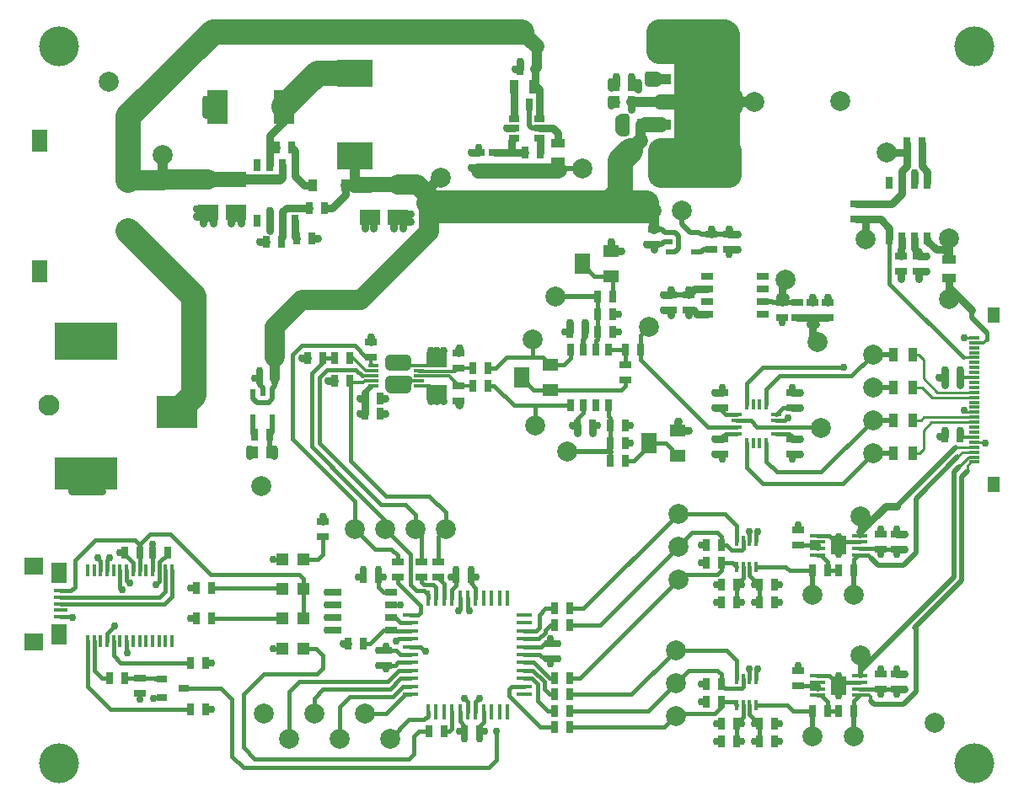
<source format=gtl>
G04 (created by PCBNEW (2013-07-07 BZR 4022)-stable) date Tue 03 Dec 2013 19:18:52 NZDT*
%MOIN*%
G04 Gerber Fmt 3.4, Leading zero omitted, Abs format*
%FSLAX34Y34*%
G01*
G70*
G90*
G04 APERTURE LIST*
%ADD10C,0.00590551*%
%ADD11C,0.0826772*%
%ADD12R,0.25X0.15*%
%ADD13R,0.25X0.129921*%
%ADD14R,0.159843X0.129921*%
%ADD15R,0.0402X0.0118*%
%ADD16R,0.05X0.025*%
%ADD17R,0.025X0.05*%
%ADD18C,0.15748*%
%ADD19R,0.0472X0.0472*%
%ADD20R,0.08X0.144*%
%ADD21R,0.08X0.04*%
%ADD22R,0.0393701X0.011811*%
%ADD23R,0.0511811X0.0649606*%
%ADD24R,0.0531496X0.015748*%
%ADD25R,0.0629921X0.0826772*%
%ADD26R,0.0748031X0.0708661*%
%ADD27R,0.06X0.016*%
%ADD28R,0.016X0.06*%
%ADD29C,0.0787402*%
%ADD30R,0.016X0.05*%
%ADD31R,0.0394X0.0276*%
%ADD32R,0.03X0.02*%
%ADD33R,0.02X0.03*%
%ADD34R,0.0177165X0.0393701*%
%ADD35R,0.036X0.048*%
%ADD36R,0.0787402X0.137795*%
%ADD37R,0.08X0.06*%
%ADD38R,0.055X0.035*%
%ADD39R,0.035X0.055*%
%ADD40R,0.025X0.045*%
%ADD41R,0.045X0.025*%
%ADD42R,0.0137795X0.0433071*%
%ADD43R,0.0433071X0.0137795*%
%ADD44R,0.0818898X0.0350394*%
%ADD45R,0.0598425X0.0915354*%
%ADD46R,0.0629921X0.015748*%
%ADD47R,0.061811X0.0744094*%
%ADD48R,0.141732X0.106299*%
%ADD49R,0.0394X0.0315*%
%ADD50R,0.0629921X0.0787402*%
%ADD51R,0.0629921X0.0511811*%
%ADD52C,0.03*%
%ADD53C,0.03*%
%ADD54C,0.04*%
%ADD55C,0.015*%
%ADD56C,0.1*%
%ADD57C,0.14*%
%ADD58C,0.06*%
%ADD59C,0.02*%
%ADD60C,0.013*%
%ADD61C,0.012*%
%ADD62C,0.01*%
%ADD63C,0.08*%
G04 APERTURE END LIST*
G54D10*
G54D11*
X55511Y-69291D03*
G54D12*
X56992Y-66759D03*
G54D13*
X56992Y-71992D03*
G54D14*
X60590Y-69590D03*
G54D15*
X70156Y-68544D03*
X70156Y-68347D03*
X70156Y-68150D03*
X70156Y-67953D03*
X70156Y-67756D03*
X68344Y-67756D03*
X68344Y-67953D03*
X68344Y-68150D03*
X68344Y-68347D03*
X68344Y-68544D03*
G54D16*
X66850Y-76700D03*
X66850Y-77200D03*
X66850Y-77700D03*
X66850Y-78200D03*
X69050Y-78200D03*
X69050Y-77700D03*
X69050Y-77200D03*
X69050Y-76700D03*
G54D17*
X77650Y-67100D03*
X77150Y-67100D03*
X76650Y-67100D03*
X76150Y-67100D03*
X76150Y-69300D03*
X76650Y-69300D03*
X77150Y-69300D03*
X77650Y-69300D03*
G54D16*
X81543Y-64202D03*
X81543Y-64702D03*
X81543Y-65202D03*
X81543Y-65702D03*
X83743Y-65702D03*
X83743Y-65202D03*
X83743Y-64702D03*
X83743Y-64202D03*
G54D17*
X90261Y-60520D03*
X89761Y-60520D03*
X89261Y-60520D03*
X88761Y-60520D03*
X88761Y-62720D03*
X89261Y-62720D03*
X89761Y-62720D03*
X90261Y-62720D03*
X65250Y-59800D03*
X64750Y-59800D03*
X64250Y-59800D03*
X63750Y-59800D03*
X63750Y-62000D03*
X64250Y-62000D03*
X64750Y-62000D03*
X65250Y-62000D03*
G54D18*
X55905Y-55118D03*
G54D19*
X65570Y-77755D03*
X64744Y-77755D03*
G54D20*
X82300Y-57300D03*
G54D21*
X79700Y-57300D03*
X79700Y-58200D03*
X79700Y-56400D03*
G54D22*
X92125Y-71555D03*
X92125Y-71358D03*
X92125Y-71161D03*
X92125Y-70964D03*
X92125Y-70767D03*
X92125Y-70570D03*
X92125Y-70374D03*
X92125Y-70177D03*
X92125Y-69980D03*
X92125Y-69783D03*
X92125Y-69586D03*
X92125Y-69389D03*
X92125Y-69192D03*
X92125Y-68996D03*
X92125Y-68799D03*
X92125Y-68602D03*
X92125Y-68405D03*
X92125Y-68208D03*
X92125Y-68011D03*
X92125Y-67814D03*
X92125Y-67618D03*
X92125Y-67421D03*
X92125Y-67224D03*
X92125Y-67027D03*
X92125Y-66830D03*
X92125Y-66633D03*
G54D23*
X92874Y-72450D03*
X92874Y-65738D03*
G54D24*
X55974Y-76653D03*
X55974Y-76909D03*
X55974Y-77165D03*
X55974Y-77421D03*
X55974Y-77677D03*
G54D25*
X55925Y-75944D03*
X55925Y-78385D03*
G54D26*
X54921Y-75669D03*
X54921Y-78661D03*
G54D27*
X69832Y-79175D03*
X69832Y-79490D03*
X69832Y-79805D03*
X69832Y-80120D03*
X69832Y-80435D03*
X69832Y-80750D03*
X69832Y-78860D03*
X69832Y-78545D03*
X69832Y-78230D03*
X69832Y-77915D03*
X69832Y-77600D03*
X74332Y-79175D03*
X74332Y-79490D03*
X74332Y-79805D03*
X74332Y-80120D03*
X74332Y-80435D03*
X74332Y-80750D03*
X74332Y-78860D03*
X74332Y-78545D03*
X74332Y-78230D03*
X74332Y-77915D03*
X74332Y-77600D03*
G54D28*
X72082Y-81425D03*
X72082Y-76925D03*
X72397Y-81425D03*
X72397Y-76925D03*
X72712Y-76925D03*
X72712Y-81425D03*
X73027Y-81425D03*
X73027Y-76925D03*
X73342Y-76925D03*
X73342Y-81425D03*
X73657Y-81425D03*
X73657Y-76925D03*
X71767Y-76925D03*
X71767Y-81425D03*
X71452Y-81425D03*
X71452Y-76925D03*
X71137Y-76925D03*
X71137Y-81425D03*
X70822Y-81425D03*
X70822Y-76925D03*
X70507Y-76925D03*
X70507Y-81425D03*
G54D29*
X87350Y-76800D03*
X86811Y-57283D03*
X57874Y-56496D03*
X88650Y-59300D03*
X87800Y-62750D03*
X91100Y-62700D03*
X88100Y-71200D03*
X88100Y-69900D03*
X88100Y-68600D03*
X88100Y-67300D03*
X87600Y-73700D03*
X83423Y-57305D03*
X87350Y-82400D03*
X87600Y-79200D03*
X85900Y-66800D03*
X76600Y-59950D03*
X60000Y-59400D03*
X63900Y-72500D03*
X80550Y-61600D03*
X84650Y-64350D03*
X67600Y-74200D03*
X64000Y-81500D03*
X68800Y-74200D03*
X70000Y-74200D03*
X71200Y-74200D03*
X80300Y-80300D03*
X80300Y-81600D03*
X80300Y-79000D03*
X80400Y-74900D03*
X80400Y-76200D03*
X80400Y-73600D03*
X90551Y-81889D03*
X86050Y-70200D03*
X76000Y-71150D03*
X79250Y-66200D03*
X75550Y-65000D03*
X74650Y-66700D03*
X74750Y-70100D03*
X85700Y-76800D03*
X85700Y-82400D03*
X91100Y-65100D03*
X71000Y-60300D03*
X68000Y-81500D03*
X69000Y-82500D03*
X65000Y-82500D03*
X67000Y-82500D03*
X66000Y-81500D03*
G54D30*
X57050Y-78650D03*
X57300Y-78650D03*
X57560Y-78650D03*
X57820Y-78650D03*
X58070Y-78650D03*
X58330Y-78650D03*
X58590Y-78650D03*
X58840Y-78650D03*
X59100Y-78650D03*
X59350Y-78650D03*
X59610Y-78650D03*
X59870Y-78650D03*
X60120Y-78650D03*
X60380Y-78650D03*
X60380Y-75850D03*
X60120Y-75850D03*
X59880Y-75850D03*
X59610Y-75850D03*
X59350Y-75850D03*
X59100Y-75850D03*
X58840Y-75850D03*
X58590Y-75850D03*
X58330Y-75850D03*
X58070Y-75850D03*
X57820Y-75850D03*
X57560Y-75850D03*
X57300Y-75850D03*
X57050Y-75850D03*
G54D31*
X74900Y-57975D03*
X74900Y-58350D03*
X74900Y-58725D03*
X73900Y-58725D03*
X73900Y-58350D03*
X73900Y-57975D03*
G54D32*
X80046Y-62482D03*
X80046Y-63232D03*
X81046Y-62482D03*
X80046Y-62857D03*
X81046Y-63232D03*
G54D33*
X64348Y-68807D03*
X63598Y-68807D03*
X64348Y-69807D03*
X63973Y-68807D03*
X63598Y-69807D03*
G54D34*
X82716Y-75711D03*
X82972Y-75711D03*
X83227Y-75711D03*
X83483Y-75711D03*
X83483Y-74688D03*
X83227Y-74688D03*
X82972Y-74688D03*
X82716Y-74688D03*
X82716Y-81161D03*
X82972Y-81161D03*
X83227Y-81161D03*
X83483Y-81161D03*
X83483Y-80138D03*
X83227Y-80138D03*
X82972Y-80138D03*
X82716Y-80138D03*
G54D35*
X67240Y-60600D03*
X65960Y-60600D03*
G54D36*
X62181Y-57500D03*
X64818Y-57500D03*
G54D37*
X61806Y-60387D03*
X61806Y-61687D03*
X69306Y-60587D03*
X69306Y-61887D03*
X68206Y-60587D03*
X68206Y-61887D03*
X62906Y-60387D03*
X62906Y-61687D03*
G54D38*
X91100Y-63525D03*
X91100Y-64275D03*
X75650Y-58925D03*
X75650Y-59675D03*
G54D39*
X88925Y-68600D03*
X89675Y-68600D03*
X74675Y-56700D03*
X73925Y-56700D03*
X88925Y-67300D03*
X89675Y-67300D03*
X88925Y-69900D03*
X89675Y-69900D03*
X88925Y-71200D03*
X89675Y-71200D03*
G54D40*
X77700Y-70800D03*
X78300Y-70800D03*
G54D41*
X71725Y-68525D03*
X71725Y-69125D03*
G54D40*
X77800Y-65000D03*
X77200Y-65000D03*
X77700Y-71500D03*
X78300Y-71500D03*
X77800Y-65700D03*
X77200Y-65700D03*
G54D41*
X78300Y-68300D03*
X78300Y-67700D03*
G54D40*
X77800Y-66400D03*
X77200Y-66400D03*
X78300Y-70100D03*
X77700Y-70100D03*
X78300Y-67100D03*
X78900Y-67100D03*
G54D41*
X82150Y-71250D03*
X82150Y-70650D03*
X71725Y-67225D03*
X71725Y-67825D03*
G54D40*
X72275Y-67825D03*
X72875Y-67825D03*
X72275Y-68525D03*
X72875Y-68525D03*
X82700Y-77100D03*
X82100Y-77100D03*
X82700Y-76400D03*
X82100Y-76400D03*
X83600Y-77100D03*
X84200Y-77100D03*
X83600Y-76400D03*
X84200Y-76400D03*
G54D41*
X85150Y-74850D03*
X85150Y-74250D03*
X89050Y-75000D03*
X89050Y-74400D03*
X88400Y-75000D03*
X88400Y-74400D03*
G54D40*
X85700Y-75850D03*
X86300Y-75850D03*
X86750Y-75850D03*
X87350Y-75850D03*
X67350Y-78750D03*
X67950Y-78750D03*
X67950Y-76100D03*
X68550Y-76100D03*
G54D41*
X75350Y-78750D03*
X75350Y-79350D03*
G54D40*
X72550Y-82200D03*
X71950Y-82200D03*
G54D41*
X68850Y-79600D03*
X68850Y-79000D03*
G54D40*
X71600Y-76100D03*
X72200Y-76100D03*
X82100Y-75550D03*
X81500Y-75550D03*
X82100Y-74850D03*
X81500Y-74850D03*
X82100Y-81050D03*
X81500Y-81050D03*
X82100Y-80350D03*
X81500Y-80350D03*
G54D41*
X68250Y-67400D03*
X68250Y-66800D03*
G54D40*
X66800Y-68350D03*
X67400Y-68350D03*
X66800Y-67450D03*
X67400Y-67450D03*
X65750Y-67450D03*
X66350Y-67450D03*
X68000Y-69650D03*
X68600Y-69650D03*
X76700Y-66400D03*
X76100Y-66400D03*
X68000Y-69050D03*
X68600Y-69050D03*
X61350Y-76550D03*
X61950Y-76550D03*
X61350Y-77750D03*
X61950Y-77750D03*
G54D41*
X82150Y-68800D03*
X82150Y-69400D03*
X89050Y-80550D03*
X89050Y-79950D03*
G54D40*
X57900Y-80100D03*
X58500Y-80100D03*
G54D41*
X59100Y-80100D03*
X59100Y-80700D03*
G54D40*
X59100Y-75150D03*
X58500Y-75150D03*
X60200Y-75150D03*
X59600Y-75150D03*
G54D41*
X84900Y-68800D03*
X84900Y-69400D03*
X84900Y-71250D03*
X84900Y-70650D03*
G54D40*
X76400Y-70100D03*
X77000Y-70100D03*
X73900Y-57400D03*
X74500Y-57400D03*
G54D41*
X88150Y-61950D03*
X88150Y-61350D03*
X89900Y-63400D03*
X89900Y-64000D03*
X89200Y-63400D03*
X89200Y-64000D03*
G54D40*
X90050Y-59600D03*
X89450Y-59600D03*
X64700Y-62850D03*
X64100Y-62850D03*
X76100Y-82050D03*
X75500Y-82050D03*
G54D41*
X86300Y-65850D03*
X86300Y-65250D03*
X85100Y-65250D03*
X85100Y-65850D03*
X72500Y-59900D03*
X72500Y-59300D03*
G54D40*
X74750Y-56000D03*
X74150Y-56000D03*
G54D41*
X73800Y-59900D03*
X73800Y-59300D03*
X73150Y-59900D03*
X73150Y-59300D03*
G54D40*
X74350Y-59300D03*
X74950Y-59300D03*
G54D41*
X87450Y-61950D03*
X87450Y-61350D03*
G54D40*
X78550Y-57300D03*
X77950Y-57300D03*
G54D41*
X85700Y-65850D03*
X85700Y-65250D03*
X80100Y-64950D03*
X80100Y-65550D03*
X84500Y-65250D03*
X84500Y-65850D03*
G54D40*
X64243Y-70475D03*
X63643Y-70475D03*
G54D41*
X80800Y-64950D03*
X80800Y-65550D03*
X82400Y-62550D03*
X82400Y-63150D03*
G54D40*
X78900Y-58200D03*
X78300Y-58200D03*
X64450Y-68250D03*
X63850Y-68250D03*
G54D41*
X79450Y-62350D03*
X79450Y-62950D03*
G54D40*
X65100Y-59100D03*
X64500Y-59100D03*
G54D41*
X81700Y-62550D03*
X81700Y-63150D03*
G54D40*
X64243Y-71175D03*
X63643Y-71175D03*
X66400Y-61500D03*
X65800Y-61500D03*
X61100Y-79500D03*
X61700Y-79500D03*
X82700Y-82600D03*
X82100Y-82600D03*
X82700Y-81900D03*
X82100Y-81900D03*
X83600Y-82600D03*
X84200Y-82600D03*
X83600Y-81900D03*
X84200Y-81900D03*
G54D41*
X85150Y-80400D03*
X85150Y-79800D03*
X88400Y-80550D03*
X88400Y-79950D03*
G54D40*
X85700Y-81400D03*
X86300Y-81400D03*
X86750Y-81400D03*
X87350Y-81400D03*
G54D41*
X66338Y-73912D03*
X66338Y-74512D03*
G54D40*
X78550Y-56650D03*
X77950Y-56650D03*
X61100Y-81350D03*
X61700Y-81350D03*
X65300Y-62700D03*
X65900Y-62700D03*
X70550Y-82200D03*
X71150Y-82200D03*
G54D41*
X70900Y-75500D03*
X70900Y-76100D03*
X69300Y-75500D03*
X69300Y-76100D03*
X70250Y-75500D03*
X70250Y-76100D03*
G54D40*
X76100Y-77350D03*
X75500Y-77350D03*
X76100Y-78000D03*
X75500Y-78000D03*
X76100Y-80100D03*
X75500Y-80100D03*
X76100Y-80750D03*
X75500Y-80750D03*
X76100Y-81400D03*
X75500Y-81400D03*
X91550Y-70550D03*
X90950Y-70550D03*
X91550Y-68200D03*
X90950Y-68200D03*
X90050Y-58950D03*
X89450Y-58950D03*
G54D42*
X83116Y-70817D03*
X83372Y-70817D03*
X83627Y-70817D03*
X83883Y-70817D03*
G54D43*
X84267Y-70433D03*
X84267Y-70177D03*
X84267Y-69922D03*
X84267Y-69666D03*
G54D42*
X83883Y-69282D03*
X83627Y-69282D03*
X83372Y-69282D03*
X83116Y-69282D03*
G54D43*
X82732Y-69666D03*
X82732Y-69922D03*
X82732Y-70177D03*
X82732Y-70433D03*
G54D44*
X58661Y-62417D03*
X58661Y-60417D03*
G54D45*
X55149Y-58842D03*
X55149Y-63992D03*
G54D46*
X85923Y-80016D03*
X85923Y-80272D03*
X85923Y-80527D03*
X85923Y-80783D03*
X87576Y-80783D03*
X87576Y-80527D03*
X87576Y-80272D03*
X87576Y-80016D03*
G54D47*
X86750Y-80400D03*
G54D46*
X85923Y-74466D03*
X85923Y-74722D03*
X85923Y-74977D03*
X85923Y-75233D03*
X87576Y-75233D03*
X87576Y-74977D03*
X87576Y-74722D03*
X87576Y-74466D03*
G54D47*
X86750Y-74850D03*
G54D48*
X67600Y-56166D03*
X67600Y-59433D03*
G54D49*
X60833Y-80500D03*
X59967Y-80875D03*
X59967Y-80125D03*
G54D37*
X70850Y-68800D03*
X70850Y-67500D03*
G54D50*
X74206Y-68200D03*
G54D51*
X75348Y-67707D03*
X75348Y-68692D03*
G54D50*
X79256Y-70800D03*
G54D51*
X80398Y-70307D03*
X80398Y-71292D03*
G54D50*
X76606Y-63700D03*
G54D51*
X77748Y-63207D03*
X77748Y-64192D03*
G54D19*
X65570Y-76574D03*
X64744Y-76574D03*
X65570Y-78937D03*
X64744Y-78937D03*
X65570Y-75393D03*
X64744Y-75393D03*
G54D18*
X92125Y-55118D03*
X92125Y-83464D03*
X55905Y-83464D03*
G54D52*
X89350Y-75000D03*
X89350Y-80550D03*
X78550Y-57600D03*
X78550Y-56300D03*
X78800Y-56550D03*
X78800Y-56800D03*
X90200Y-63400D03*
X88400Y-80750D03*
X89050Y-80750D03*
X89050Y-75200D03*
X88400Y-75200D03*
X81850Y-69400D03*
X85200Y-69400D03*
X76400Y-70400D03*
X76200Y-70100D03*
X72500Y-60150D03*
X72200Y-59900D03*
X85600Y-66100D03*
X91550Y-70300D03*
X85850Y-66100D03*
X67150Y-78750D03*
X66350Y-73700D03*
X65500Y-67450D03*
X66550Y-68350D03*
X67800Y-69650D03*
X67800Y-69050D03*
X64400Y-71050D03*
X64400Y-71300D03*
X71600Y-75800D03*
X71400Y-76100D03*
X68550Y-75800D03*
X68750Y-76100D03*
X68550Y-79600D03*
X68850Y-79750D03*
X72550Y-82500D03*
X72750Y-82200D03*
X75650Y-78750D03*
X75350Y-78550D03*
X81300Y-81050D03*
X81300Y-80350D03*
X81300Y-75550D03*
X81300Y-74850D03*
X70600Y-69150D03*
X71100Y-69150D03*
X80400Y-69950D03*
X78150Y-63200D03*
X77750Y-62850D03*
X84650Y-65050D03*
X84400Y-65050D03*
X80800Y-70300D03*
X70850Y-69150D03*
X83400Y-82600D03*
X83400Y-81900D03*
X83400Y-77100D03*
X83400Y-76400D03*
X76700Y-66050D03*
X81850Y-70650D03*
X85200Y-70650D03*
X91550Y-67900D03*
X91550Y-68500D03*
X82750Y-62550D03*
X82400Y-62350D03*
X81700Y-62350D03*
X79800Y-64950D03*
X80100Y-64750D03*
X80800Y-64750D03*
X69100Y-68550D03*
X69650Y-68550D03*
X82900Y-82600D03*
X82900Y-81900D03*
X82900Y-77100D03*
X82900Y-76400D03*
X89350Y-74400D03*
X89350Y-79950D03*
X76100Y-66050D03*
X81850Y-68800D03*
X85200Y-68800D03*
X81850Y-71250D03*
X85200Y-71250D03*
X77000Y-70400D03*
X68250Y-66600D03*
X70600Y-67150D03*
X71100Y-67150D03*
X77750Y-57200D03*
X77750Y-57450D03*
X77950Y-56300D03*
X77750Y-56500D03*
X77750Y-56750D03*
X73950Y-56000D03*
X74150Y-55700D03*
X73600Y-58350D03*
X72200Y-59300D03*
X61350Y-61850D03*
X61350Y-61550D03*
X69800Y-62050D03*
X69800Y-61750D03*
X78050Y-58000D03*
X78300Y-57900D03*
X78050Y-58400D03*
X78300Y-58500D03*
X90750Y-70550D03*
X90950Y-70300D03*
X90700Y-68200D03*
X90950Y-68500D03*
X90950Y-67900D03*
X90200Y-64000D03*
X86300Y-65050D03*
X85700Y-65050D03*
X82750Y-63150D03*
X79150Y-62950D03*
X79450Y-63150D03*
X80100Y-65750D03*
X80800Y-65750D03*
X79800Y-65550D03*
X68800Y-69650D03*
X68800Y-69050D03*
X70850Y-67150D03*
X71750Y-69300D03*
X71750Y-67050D03*
X69100Y-67550D03*
X69650Y-67550D03*
X63850Y-67950D03*
X63650Y-68250D03*
X63450Y-71050D03*
X63450Y-71300D03*
X64370Y-78937D03*
X64370Y-75393D03*
X56700Y-72700D03*
X57000Y-72700D03*
X56400Y-72700D03*
X57300Y-72700D03*
X57600Y-72700D03*
X57450Y-75350D03*
X57900Y-75350D03*
X58600Y-79100D03*
X58300Y-75150D03*
X59600Y-74800D03*
X56450Y-77700D03*
X59100Y-80950D03*
X59650Y-80900D03*
X72200Y-75800D03*
X72400Y-76100D03*
X66500Y-78200D03*
X66500Y-77700D03*
X66500Y-77200D03*
X66500Y-76700D03*
X67950Y-75800D03*
X67750Y-76100D03*
X69400Y-77200D03*
X68550Y-79000D03*
X68850Y-78850D03*
X71950Y-80900D03*
X71950Y-82500D03*
X71750Y-82200D03*
X75650Y-79350D03*
X75350Y-79550D03*
X91700Y-69500D03*
X92550Y-70800D03*
X83550Y-79750D03*
X83200Y-79750D03*
X84400Y-82600D03*
X84400Y-81900D03*
X81900Y-82600D03*
X81900Y-81900D03*
X86750Y-80000D03*
X86750Y-80800D03*
X86750Y-80400D03*
X85150Y-79600D03*
X89050Y-79750D03*
X88400Y-79750D03*
X89050Y-74200D03*
X88400Y-74200D03*
X86750Y-74500D03*
X86750Y-75200D03*
X86750Y-74850D03*
X85150Y-74050D03*
X84400Y-77100D03*
X84400Y-76400D03*
X81900Y-77100D03*
X81900Y-76400D03*
X83550Y-74300D03*
X83200Y-74300D03*
X75900Y-66400D03*
X78050Y-66400D03*
X78050Y-65700D03*
X78500Y-70800D03*
X78500Y-70100D03*
X77200Y-70100D03*
X84900Y-68600D03*
X82150Y-68600D03*
X82150Y-71450D03*
X84900Y-71450D03*
X84750Y-69800D03*
X84500Y-66050D03*
X82400Y-63350D03*
X91700Y-66650D03*
X89900Y-64300D03*
X89200Y-64300D03*
X89750Y-60100D03*
X79200Y-56250D03*
X79200Y-56550D03*
X72500Y-59100D03*
X69500Y-62300D03*
X69150Y-62300D03*
X68350Y-62300D03*
X68000Y-62300D03*
X66150Y-62700D03*
X63850Y-62850D03*
X64250Y-62400D03*
X64250Y-61600D03*
X63100Y-62100D03*
X62700Y-62100D03*
X62000Y-62100D03*
X61600Y-62100D03*
X61700Y-57200D03*
X61700Y-57800D03*
X61700Y-57500D03*
X58400Y-76600D03*
X61100Y-77750D03*
X86950Y-67800D03*
X70400Y-79050D03*
X61950Y-81350D03*
X73200Y-82200D03*
X72550Y-80900D03*
X58100Y-78050D03*
X59750Y-76400D03*
X58700Y-76350D03*
X61100Y-76550D03*
X72150Y-77450D03*
X71700Y-77450D03*
X69250Y-78650D03*
X61950Y-79500D03*
G54D53*
X89050Y-75000D02*
X89350Y-75000D01*
X89050Y-80550D02*
X89350Y-80550D01*
G54D54*
X79700Y-57300D02*
X78550Y-57300D01*
G54D53*
X78550Y-57300D02*
X78550Y-57600D01*
X78550Y-56650D02*
X78550Y-56300D01*
X78800Y-56550D02*
X78800Y-56800D01*
X78700Y-56650D02*
X78800Y-56550D01*
X78550Y-56650D02*
X78700Y-56650D01*
X78650Y-56650D02*
X78800Y-56800D01*
X78550Y-56650D02*
X78650Y-56650D01*
X89900Y-63400D02*
X90200Y-63400D01*
X89761Y-62720D02*
X89761Y-63111D01*
X89900Y-63250D02*
X89900Y-63400D01*
X89761Y-63111D02*
X89900Y-63250D01*
G54D55*
X87576Y-80527D02*
X88377Y-80527D01*
X88377Y-80527D02*
X88400Y-80550D01*
X89050Y-80550D02*
X88400Y-80550D01*
X88400Y-80550D02*
X88372Y-80577D01*
X88400Y-80550D02*
X88400Y-80750D01*
X89050Y-80550D02*
X89050Y-80750D01*
X87576Y-74977D02*
X88377Y-74977D01*
X88377Y-74977D02*
X88400Y-75000D01*
X89050Y-75000D02*
X89050Y-75200D01*
X88400Y-75000D02*
X88400Y-75200D01*
X88400Y-75000D02*
X89050Y-75000D01*
G54D56*
X82350Y-58350D02*
X81800Y-58350D01*
X81800Y-58350D02*
X81700Y-58450D01*
X82350Y-56200D02*
X80950Y-56200D01*
X82350Y-55350D02*
X82350Y-56200D01*
X82350Y-56200D02*
X82350Y-58350D01*
X82350Y-58350D02*
X82350Y-59250D01*
X82350Y-59250D02*
X82400Y-59250D01*
G54D54*
X82300Y-57300D02*
X83418Y-57300D01*
X83418Y-57300D02*
X83423Y-57305D01*
G54D56*
X82350Y-55350D02*
X82350Y-54650D01*
X82350Y-54650D02*
X82250Y-54550D01*
X79700Y-59250D02*
X79700Y-60200D01*
X79700Y-60200D02*
X82400Y-60200D01*
X82400Y-60200D02*
X82400Y-59250D01*
X80950Y-59250D02*
X79700Y-59250D01*
G54D57*
X80950Y-57300D02*
X80950Y-59250D01*
G54D56*
X82400Y-59250D02*
X80950Y-59250D01*
X79650Y-55300D02*
X79650Y-54550D01*
G54D57*
X80950Y-57300D02*
X80950Y-56200D01*
X80950Y-56200D02*
X80950Y-55350D01*
G54D56*
X82350Y-55350D02*
X80950Y-55350D01*
X80900Y-55300D02*
X79650Y-55300D01*
X80950Y-55350D02*
X80900Y-55300D01*
X79650Y-54550D02*
X82250Y-54550D01*
G54D58*
X79700Y-57300D02*
X80950Y-57300D01*
G54D57*
X80950Y-57300D02*
X82300Y-57300D01*
G54D59*
X76600Y-59950D02*
X76000Y-59950D01*
G54D58*
X75100Y-60050D02*
X75650Y-60050D01*
X72500Y-60050D02*
X75100Y-60050D01*
X75700Y-60000D02*
X75650Y-60050D01*
G54D53*
X72500Y-60050D02*
X72500Y-59900D01*
G54D59*
X75750Y-59950D02*
X75700Y-60000D01*
X76000Y-59950D02*
X75750Y-59950D01*
G54D53*
X82150Y-69400D02*
X81850Y-69400D01*
X84900Y-69400D02*
X85200Y-69400D01*
X76400Y-70100D02*
X76400Y-70400D01*
X76400Y-70100D02*
X76200Y-70100D01*
X72500Y-59900D02*
X72500Y-60150D01*
X72500Y-59900D02*
X72200Y-59900D01*
G54D55*
X76400Y-70100D02*
X76400Y-69850D01*
X76650Y-69600D02*
X76650Y-69300D01*
X76400Y-69850D02*
X76650Y-69600D01*
X82732Y-69666D02*
X82266Y-69666D01*
X82150Y-69550D02*
X82150Y-69400D01*
X82266Y-69666D02*
X82150Y-69550D01*
X84267Y-69666D02*
X84283Y-69666D01*
X84550Y-69400D02*
X84900Y-69400D01*
X84283Y-69666D02*
X84550Y-69400D01*
G54D59*
X73800Y-59900D02*
X75350Y-59900D01*
X75425Y-59900D02*
X75650Y-59675D01*
X75350Y-59900D02*
X75425Y-59900D01*
X73150Y-59900D02*
X73800Y-59900D01*
X72500Y-59900D02*
X73150Y-59900D01*
G54D53*
X85700Y-66000D02*
X85600Y-66100D01*
X85700Y-65850D02*
X85700Y-66000D01*
X91550Y-70300D02*
X91550Y-70550D01*
G54D60*
X92125Y-70570D02*
X91570Y-70570D01*
X91570Y-70570D02*
X91550Y-70550D01*
G54D53*
X85700Y-65850D02*
X85700Y-66600D01*
X85700Y-66600D02*
X85900Y-66800D01*
X85700Y-65850D02*
X85700Y-65950D01*
X85700Y-65950D02*
X85850Y-66100D01*
X85700Y-65850D02*
X86300Y-65850D01*
X85100Y-65850D02*
X85700Y-65850D01*
X67350Y-78750D02*
X67150Y-78750D01*
X66338Y-73912D02*
X66338Y-73711D01*
X66338Y-73711D02*
X66350Y-73700D01*
X65750Y-67450D02*
X65500Y-67450D01*
X66800Y-68350D02*
X66550Y-68350D01*
X68000Y-69650D02*
X67800Y-69650D01*
X68000Y-69050D02*
X67800Y-69050D01*
G54D61*
X68000Y-69050D02*
X68000Y-69650D01*
G54D53*
X68000Y-69650D02*
X68000Y-68800D01*
G54D61*
X68288Y-68600D02*
X68344Y-68544D01*
X68200Y-68600D02*
X68288Y-68600D01*
G54D59*
X68000Y-68800D02*
X68200Y-68600D01*
G54D53*
X64400Y-71050D02*
X64400Y-71300D01*
G54D59*
X64275Y-71175D02*
X64400Y-71050D01*
X64275Y-71175D02*
X64400Y-71300D01*
X64243Y-71175D02*
X64275Y-71175D01*
X64243Y-70475D02*
X64243Y-71175D01*
X64348Y-69807D02*
X64348Y-70370D01*
X64348Y-70370D02*
X64243Y-70475D01*
G54D55*
X71452Y-76925D02*
X71452Y-76597D01*
X71600Y-76450D02*
X71600Y-76100D01*
X71452Y-76597D02*
X71600Y-76450D01*
X71600Y-76100D02*
X71600Y-75800D01*
X71600Y-76100D02*
X71400Y-76100D01*
X68550Y-76100D02*
X68550Y-75800D01*
X68550Y-76100D02*
X68750Y-76100D01*
X68550Y-76100D02*
X68550Y-76500D01*
X68750Y-76700D02*
X69050Y-76700D01*
X68550Y-76500D02*
X68750Y-76700D01*
X68850Y-79600D02*
X68550Y-79600D01*
X69832Y-79490D02*
X69309Y-79490D01*
X69200Y-79600D02*
X68850Y-79600D01*
X69309Y-79490D02*
X69200Y-79600D01*
X68850Y-79600D02*
X68850Y-79750D01*
X72712Y-81425D02*
X72712Y-81837D01*
X72550Y-82000D02*
X72550Y-82200D01*
X72712Y-81837D02*
X72550Y-82000D01*
X72550Y-82200D02*
X72550Y-82500D01*
X72550Y-82200D02*
X72750Y-82200D01*
X75350Y-78750D02*
X75650Y-78750D01*
X74332Y-78860D02*
X74989Y-78860D01*
X75100Y-78750D02*
X75350Y-78750D01*
X74989Y-78860D02*
X75100Y-78750D01*
X75350Y-78750D02*
X75350Y-78550D01*
X81500Y-81050D02*
X81300Y-81050D01*
X81500Y-80350D02*
X81300Y-80350D01*
X81500Y-75550D02*
X81300Y-75550D01*
X81500Y-74850D02*
X81300Y-74850D01*
G54D53*
X70850Y-68800D02*
X70850Y-68900D01*
X70850Y-68900D02*
X70600Y-69150D01*
X70850Y-68900D02*
X71100Y-69150D01*
X80398Y-70307D02*
X80398Y-69951D01*
X80398Y-69951D02*
X80400Y-69950D01*
X77748Y-63207D02*
X78142Y-63207D01*
X78142Y-63207D02*
X78150Y-63200D01*
X77748Y-63207D02*
X77748Y-62851D01*
X77748Y-62851D02*
X77750Y-62850D01*
X84500Y-65250D02*
X84500Y-64500D01*
X84500Y-64500D02*
X84650Y-64350D01*
X84500Y-65250D02*
X84500Y-65200D01*
X84500Y-65200D02*
X84650Y-65050D01*
X84500Y-65250D02*
X84500Y-65150D01*
X84500Y-65150D02*
X84400Y-65050D01*
X80398Y-70307D02*
X80792Y-70307D01*
X80792Y-70307D02*
X80800Y-70300D01*
X70850Y-68800D02*
X70850Y-69150D01*
G54D60*
X70156Y-68544D02*
X70594Y-68544D01*
X70594Y-68544D02*
X70850Y-68800D01*
G54D55*
X83600Y-82600D02*
X83600Y-81900D01*
X83600Y-81900D02*
X83227Y-81527D01*
X83227Y-81527D02*
X83227Y-81161D01*
X83600Y-82600D02*
X83400Y-82600D01*
X83600Y-81900D02*
X83400Y-81900D01*
X83600Y-76400D02*
X83227Y-76027D01*
X83227Y-76027D02*
X83227Y-75711D01*
X83600Y-77100D02*
X83600Y-76400D01*
X83600Y-77100D02*
X83400Y-77100D01*
X83600Y-76400D02*
X83400Y-76400D01*
G54D59*
X84500Y-65250D02*
X85100Y-65250D01*
X83743Y-65202D02*
X84102Y-65202D01*
X84150Y-65250D02*
X84500Y-65250D01*
X84102Y-65202D02*
X84150Y-65250D01*
G54D53*
X76700Y-66400D02*
X76700Y-66050D01*
G54D59*
X76650Y-67100D02*
X76650Y-66700D01*
X76700Y-66650D02*
X76700Y-66400D01*
X76650Y-66700D02*
X76700Y-66650D01*
G54D53*
X82150Y-70650D02*
X81850Y-70650D01*
X84900Y-70650D02*
X85200Y-70650D01*
X91550Y-68200D02*
X91550Y-67900D01*
X91550Y-68200D02*
X91550Y-68500D01*
G54D60*
X92125Y-68208D02*
X91558Y-68208D01*
X91558Y-68208D02*
X91550Y-68200D01*
G54D53*
X82400Y-62550D02*
X82750Y-62550D01*
X82400Y-62550D02*
X82400Y-62350D01*
X81700Y-62550D02*
X81700Y-62350D01*
X80800Y-64950D02*
X81047Y-64702D01*
X81047Y-64702D02*
X81543Y-64702D01*
X80100Y-64950D02*
X79800Y-64950D01*
X80100Y-64950D02*
X80100Y-64750D01*
X80800Y-64950D02*
X80800Y-64750D01*
X69100Y-68550D02*
X69000Y-68550D01*
X69650Y-68550D02*
X69650Y-68350D01*
G54D54*
X69000Y-68350D02*
X69000Y-68550D01*
X69000Y-68550D02*
X69000Y-68600D01*
X69703Y-68347D02*
X69700Y-68350D01*
X69700Y-68350D02*
X69000Y-68350D01*
G54D61*
X70156Y-68347D02*
X69703Y-68347D01*
G54D54*
X69650Y-68350D02*
X69700Y-68350D01*
X69650Y-68650D02*
X69650Y-68350D01*
X69050Y-68650D02*
X69650Y-68650D01*
X69000Y-68600D02*
X69050Y-68650D01*
G54D55*
X82700Y-82600D02*
X82700Y-81900D01*
X82700Y-81900D02*
X82972Y-81627D01*
X82972Y-81627D02*
X82972Y-81161D01*
X82700Y-82600D02*
X82900Y-82600D01*
X82700Y-81900D02*
X82900Y-81900D01*
X82700Y-77100D02*
X82700Y-76400D01*
X82700Y-76400D02*
X82972Y-76127D01*
X82972Y-76127D02*
X82972Y-75711D01*
X82700Y-77100D02*
X82900Y-77100D01*
X82700Y-76400D02*
X82900Y-76400D01*
X84900Y-70650D02*
X84900Y-70550D01*
X84783Y-70433D02*
X84267Y-70433D01*
X84900Y-70550D02*
X84783Y-70433D01*
X82150Y-70650D02*
X82150Y-70550D01*
X82266Y-70433D02*
X82732Y-70433D01*
X82150Y-70550D02*
X82266Y-70433D01*
G54D59*
X80100Y-64950D02*
X80800Y-64950D01*
X81047Y-64702D02*
X81543Y-64702D01*
X80550Y-61600D02*
X80550Y-62150D01*
X80882Y-62482D02*
X81046Y-62482D01*
X80550Y-62150D02*
X80882Y-62482D01*
X81700Y-62550D02*
X82400Y-62550D01*
X81046Y-62482D02*
X81232Y-62482D01*
X81300Y-62550D02*
X81700Y-62550D01*
X81232Y-62482D02*
X81300Y-62550D01*
G54D55*
X65500Y-66950D02*
X65250Y-67200D01*
X68050Y-67400D02*
X67600Y-66950D01*
X67600Y-66950D02*
X65500Y-66950D01*
X68250Y-67400D02*
X68050Y-67400D01*
X67600Y-73100D02*
X67600Y-74200D01*
X66800Y-72300D02*
X67600Y-73100D01*
X65150Y-70650D02*
X66800Y-72300D01*
X65150Y-67300D02*
X65150Y-70650D01*
X65250Y-67200D02*
X65150Y-67300D01*
G54D61*
X68344Y-67756D02*
X68344Y-67744D01*
X68250Y-67650D02*
X68250Y-67400D01*
X68344Y-67744D02*
X68250Y-67650D01*
G54D55*
X69300Y-75500D02*
X69300Y-75250D01*
X69300Y-75250D02*
X69050Y-75000D01*
X69050Y-75000D02*
X68400Y-75000D01*
X68400Y-75000D02*
X67600Y-74200D01*
X67650Y-72250D02*
X68650Y-73250D01*
X66500Y-67900D02*
X66200Y-68200D01*
X66200Y-68200D02*
X66200Y-70600D01*
X66200Y-70600D02*
X66200Y-70800D01*
X66200Y-70800D02*
X67650Y-72250D01*
G54D61*
X68344Y-68150D02*
X67900Y-68150D01*
G54D55*
X67650Y-67900D02*
X66750Y-67900D01*
X67900Y-68150D02*
X67650Y-67900D01*
X66750Y-67900D02*
X66500Y-67900D01*
X70000Y-73650D02*
X70000Y-74200D01*
X69600Y-73250D02*
X70000Y-73650D01*
X68650Y-73250D02*
X69600Y-73250D01*
X70250Y-75500D02*
X70250Y-74450D01*
X70250Y-74450D02*
X70000Y-74200D01*
X67850Y-71900D02*
X68850Y-72900D01*
X67450Y-71500D02*
X67850Y-71900D01*
X67450Y-68900D02*
X67450Y-71500D01*
X67450Y-68400D02*
X67450Y-68900D01*
X71200Y-73550D02*
X71200Y-74200D01*
X70550Y-72900D02*
X71200Y-73550D01*
X68850Y-72900D02*
X70550Y-72900D01*
G54D61*
X68344Y-68347D02*
X68003Y-68347D01*
X67950Y-68400D02*
X67450Y-68400D01*
X68003Y-68347D02*
X67950Y-68400D01*
X67450Y-68400D02*
X67400Y-68350D01*
G54D55*
X67450Y-68400D02*
X67400Y-68350D01*
X70900Y-75500D02*
X70900Y-74500D01*
X70900Y-74500D02*
X71200Y-74200D01*
X67550Y-72600D02*
X68750Y-73800D01*
X66350Y-67600D02*
X65900Y-68050D01*
X65900Y-68050D02*
X65900Y-70950D01*
X65900Y-70950D02*
X67550Y-72600D01*
X66350Y-67450D02*
X66350Y-67600D01*
X68750Y-74150D02*
X68800Y-74200D01*
X68750Y-73800D02*
X68750Y-74150D01*
X66800Y-67450D02*
X66350Y-67450D01*
X70507Y-76925D02*
X70507Y-76807D01*
X69800Y-75200D02*
X68800Y-74200D01*
X69800Y-76400D02*
X69800Y-75200D01*
X70050Y-76650D02*
X69800Y-76400D01*
X70350Y-76650D02*
X70050Y-76650D01*
X70507Y-76807D02*
X70350Y-76650D01*
X76100Y-82050D02*
X79850Y-82050D01*
X79850Y-82050D02*
X80300Y-81600D01*
X82100Y-81050D02*
X82100Y-81250D01*
X80400Y-81500D02*
X80300Y-81600D01*
X81850Y-81500D02*
X80400Y-81500D01*
X82100Y-81250D02*
X81850Y-81500D01*
X82716Y-81161D02*
X82711Y-81161D01*
X82600Y-81050D02*
X82100Y-81050D01*
X82711Y-81161D02*
X82600Y-81050D01*
X76100Y-80750D02*
X78550Y-80750D01*
X78550Y-80750D02*
X80300Y-79000D01*
X82716Y-80138D02*
X82716Y-79416D01*
X82300Y-79000D02*
X80300Y-79000D01*
X82716Y-79416D02*
X82300Y-79000D01*
X76100Y-81400D02*
X79200Y-81400D01*
X79200Y-81400D02*
X80300Y-80300D01*
X82100Y-80350D02*
X82100Y-79950D01*
X80800Y-79800D02*
X80300Y-80300D01*
X81950Y-79800D02*
X80800Y-79800D01*
X82100Y-79950D02*
X81950Y-79800D01*
X82972Y-80138D02*
X82972Y-80427D01*
X82250Y-80500D02*
X82100Y-80350D01*
X82900Y-80500D02*
X82250Y-80500D01*
X82972Y-80427D02*
X82900Y-80500D01*
G54D53*
X89050Y-74400D02*
X89350Y-74400D01*
X89050Y-79950D02*
X89350Y-79950D01*
X76100Y-66400D02*
X76100Y-66050D01*
X82150Y-68800D02*
X81850Y-68800D01*
X84900Y-68800D02*
X85200Y-68800D01*
X82150Y-71250D02*
X81850Y-71250D01*
X84900Y-71250D02*
X85200Y-71250D01*
X77000Y-70100D02*
X77000Y-70400D01*
X68250Y-66800D02*
X68250Y-66600D01*
X70850Y-67500D02*
X70850Y-67400D01*
X70850Y-67400D02*
X70600Y-67150D01*
X70850Y-67400D02*
X71100Y-67150D01*
X77750Y-57450D02*
X77750Y-57200D01*
X77850Y-57300D02*
X77750Y-57200D01*
X77950Y-57300D02*
X77850Y-57300D01*
X77900Y-57300D02*
X77750Y-57450D01*
X77950Y-57300D02*
X77900Y-57300D01*
X77950Y-56650D02*
X77950Y-56300D01*
X77750Y-56750D02*
X77750Y-56500D01*
X77900Y-56650D02*
X77750Y-56500D01*
X77950Y-56650D02*
X77900Y-56650D01*
X77850Y-56650D02*
X77750Y-56750D01*
X77950Y-56650D02*
X77850Y-56650D01*
X73950Y-56000D02*
X74150Y-56000D01*
G54D59*
X74150Y-56000D02*
X73950Y-56000D01*
G54D53*
X74150Y-56000D02*
X74150Y-55700D01*
X73900Y-58350D02*
X73600Y-58350D01*
G54D59*
X73900Y-58350D02*
X73600Y-58350D01*
G54D53*
X72500Y-59300D02*
X72200Y-59300D01*
X61806Y-61687D02*
X61644Y-61850D01*
X61644Y-61850D02*
X61350Y-61850D01*
X61806Y-61687D02*
X61668Y-61550D01*
X61668Y-61550D02*
X61350Y-61550D01*
X69306Y-61887D02*
X69468Y-62050D01*
X69468Y-62050D02*
X69800Y-62050D01*
X69306Y-61887D02*
X69444Y-61750D01*
X69444Y-61750D02*
X69800Y-61750D01*
X78050Y-58400D02*
X78050Y-58000D01*
X78150Y-57900D02*
X78050Y-58000D01*
X78300Y-58200D02*
X78300Y-57900D01*
X78300Y-57900D02*
X78150Y-57900D01*
X78150Y-58500D02*
X78050Y-58400D01*
X78300Y-58200D02*
X78300Y-58500D01*
X78300Y-58500D02*
X78150Y-58500D01*
X90950Y-70550D02*
X90750Y-70550D01*
X90950Y-70550D02*
X90950Y-70300D01*
X90950Y-68200D02*
X90700Y-68200D01*
X90950Y-68200D02*
X90950Y-68500D01*
X90950Y-68200D02*
X90950Y-67900D01*
X89900Y-64000D02*
X90200Y-64000D01*
X86300Y-65250D02*
X86300Y-65050D01*
X85700Y-65250D02*
X85700Y-65050D01*
X82400Y-63150D02*
X82750Y-63150D01*
X79450Y-62950D02*
X79150Y-62950D01*
X79450Y-62950D02*
X79450Y-63150D01*
G54D59*
X79450Y-62950D02*
X79750Y-62950D01*
X79842Y-62857D02*
X80046Y-62857D01*
X79750Y-62950D02*
X79842Y-62857D01*
G54D53*
X80100Y-65550D02*
X80100Y-65750D01*
G54D59*
X80100Y-65550D02*
X80100Y-65750D01*
G54D53*
X80800Y-65550D02*
X80800Y-65750D01*
G54D59*
X80800Y-65550D02*
X80800Y-65750D01*
G54D53*
X80800Y-65550D02*
X81000Y-65550D01*
X81000Y-65550D02*
X81152Y-65702D01*
X81152Y-65702D02*
X81543Y-65702D01*
X80100Y-65550D02*
X79800Y-65550D01*
X68600Y-69650D02*
X68800Y-69650D01*
X68650Y-69050D02*
X68800Y-69050D01*
X70850Y-67500D02*
X70850Y-67150D01*
X71725Y-69125D02*
X71725Y-69275D01*
X71725Y-69275D02*
X71750Y-69300D01*
X71725Y-67225D02*
X71725Y-67075D01*
X71725Y-67075D02*
X71750Y-67050D01*
X69100Y-67550D02*
X69000Y-67550D01*
X69650Y-67550D02*
X69650Y-67750D01*
G54D54*
X69000Y-67750D02*
X69000Y-67550D01*
X69000Y-67550D02*
X69000Y-67500D01*
X69656Y-67756D02*
X69650Y-67750D01*
X69650Y-67750D02*
X69000Y-67750D01*
G54D61*
X70156Y-67756D02*
X69656Y-67756D01*
G54D54*
X69656Y-67506D02*
X69656Y-67756D01*
X69650Y-67500D02*
X69656Y-67506D01*
X69000Y-67500D02*
X69650Y-67500D01*
G54D61*
X70156Y-67756D02*
X70594Y-67756D01*
X70594Y-67756D02*
X70850Y-67500D01*
G54D59*
X63850Y-68250D02*
X63850Y-67950D01*
X63850Y-68250D02*
X63650Y-68250D01*
X63973Y-68807D02*
X63973Y-68623D01*
X63850Y-68500D02*
X63850Y-68250D01*
X63973Y-68623D02*
X63850Y-68500D01*
G54D53*
X63450Y-71050D02*
X63450Y-71300D01*
G54D59*
X63575Y-71175D02*
X63450Y-71050D01*
X63575Y-71175D02*
X63450Y-71300D01*
X63643Y-71175D02*
X63575Y-71175D01*
G54D55*
X64744Y-78937D02*
X64370Y-78937D01*
X64744Y-75393D02*
X64370Y-75393D01*
G54D53*
X56400Y-72700D02*
X56700Y-72700D01*
X56700Y-72700D02*
X57000Y-72700D01*
X57600Y-72700D02*
X57300Y-72700D01*
X57300Y-72700D02*
X57000Y-72700D01*
X56992Y-72692D02*
X57000Y-72700D01*
X56992Y-72692D02*
X56992Y-71992D01*
G54D55*
X57560Y-75850D02*
X57560Y-75460D01*
X57560Y-75460D02*
X57450Y-75350D01*
X57820Y-75850D02*
X57820Y-75430D01*
X57820Y-75430D02*
X57900Y-75350D01*
X58590Y-78650D02*
X58590Y-79090D01*
X58590Y-79090D02*
X58600Y-79100D01*
X58500Y-75150D02*
X58300Y-75150D01*
X59600Y-75150D02*
X59600Y-74800D01*
X58840Y-75850D02*
X58840Y-75540D01*
X58500Y-75200D02*
X58500Y-75150D01*
X58840Y-75540D02*
X58500Y-75200D01*
X59610Y-75850D02*
X59610Y-75160D01*
X59610Y-75160D02*
X59600Y-75150D01*
X55974Y-77677D02*
X56427Y-77677D01*
X56427Y-77677D02*
X56450Y-77700D01*
X59100Y-80700D02*
X59100Y-80950D01*
X59967Y-80875D02*
X59675Y-80875D01*
X59675Y-80875D02*
X59650Y-80900D01*
X72397Y-76925D02*
X72397Y-76547D01*
X72200Y-76350D02*
X72200Y-76100D01*
X72397Y-76547D02*
X72200Y-76350D01*
X72200Y-76100D02*
X72200Y-75800D01*
X72200Y-76100D02*
X72400Y-76100D01*
X66850Y-78200D02*
X66500Y-78200D01*
X66850Y-77700D02*
X66500Y-77700D01*
X66850Y-77200D02*
X66500Y-77200D01*
X66850Y-76700D02*
X66500Y-76700D01*
X67950Y-76100D02*
X67950Y-75800D01*
X67950Y-76100D02*
X67750Y-76100D01*
X69050Y-77200D02*
X69400Y-77200D01*
X68850Y-79000D02*
X68550Y-79000D01*
X69832Y-79175D02*
X69425Y-79175D01*
X69250Y-79000D02*
X68850Y-79000D01*
X69425Y-79175D02*
X69250Y-79000D01*
X68850Y-79000D02*
X68850Y-78850D01*
X71767Y-81425D02*
X71767Y-81817D01*
X71950Y-82000D02*
X71950Y-82200D01*
X71767Y-81817D02*
X71950Y-82000D01*
X72082Y-81425D02*
X72082Y-81032D01*
X72082Y-81032D02*
X71950Y-80900D01*
X71950Y-82200D02*
X71950Y-82500D01*
X71950Y-82200D02*
X71750Y-82200D01*
X75350Y-79350D02*
X75650Y-79350D01*
X74332Y-79175D02*
X74925Y-79175D01*
X75100Y-79350D02*
X75350Y-79350D01*
X74925Y-79175D02*
X75100Y-79350D01*
X75350Y-79350D02*
X75350Y-79550D01*
G54D62*
X92125Y-69586D02*
X91786Y-69586D01*
X91786Y-69586D02*
X91700Y-69500D01*
X92125Y-70767D02*
X92517Y-70767D01*
X92517Y-70767D02*
X92550Y-70800D01*
G54D55*
X83483Y-80138D02*
X83483Y-79816D01*
X83483Y-79816D02*
X83550Y-79750D01*
X83227Y-80138D02*
X83227Y-79777D01*
X83227Y-79777D02*
X83200Y-79750D01*
X84200Y-82600D02*
X84400Y-82600D01*
X84200Y-81900D02*
X84400Y-81900D01*
X82100Y-82600D02*
X81900Y-82600D01*
X82100Y-81900D02*
X81900Y-81900D01*
X86750Y-80400D02*
X86750Y-80000D01*
X86750Y-80400D02*
X86750Y-80800D01*
X85150Y-79800D02*
X85150Y-79600D01*
X85923Y-80016D02*
X86366Y-80016D01*
X86366Y-80016D02*
X86750Y-80400D01*
X89050Y-79950D02*
X89050Y-79750D01*
X88400Y-79950D02*
X88400Y-79750D01*
X87576Y-80272D02*
X86877Y-80272D01*
X86877Y-80272D02*
X86750Y-80400D01*
X89050Y-74400D02*
X89050Y-74200D01*
X88400Y-74400D02*
X88400Y-74200D01*
X86750Y-74850D02*
X86750Y-74500D01*
X86750Y-74850D02*
X86750Y-75200D01*
X86750Y-74850D02*
X86850Y-74850D01*
X86850Y-74850D02*
X86750Y-74850D01*
X85150Y-74250D02*
X85150Y-74050D01*
X84200Y-77100D02*
X84400Y-77100D01*
X84200Y-76400D02*
X84400Y-76400D01*
X82100Y-77100D02*
X81900Y-77100D01*
X82100Y-76400D02*
X81900Y-76400D01*
X83483Y-74688D02*
X83483Y-74366D01*
X83483Y-74366D02*
X83550Y-74300D01*
X83227Y-74688D02*
X83227Y-74327D01*
X83227Y-74327D02*
X83200Y-74300D01*
X85923Y-74466D02*
X86366Y-74466D01*
X86366Y-74466D02*
X86750Y-74850D01*
X87576Y-74722D02*
X86877Y-74722D01*
X86877Y-74722D02*
X86750Y-74850D01*
X76100Y-66400D02*
X75900Y-66400D01*
X77800Y-66400D02*
X78050Y-66400D01*
X77800Y-65700D02*
X78050Y-65700D01*
X78300Y-70800D02*
X78500Y-70800D01*
X78300Y-70100D02*
X78500Y-70100D01*
X77000Y-70100D02*
X77200Y-70100D01*
X84900Y-68800D02*
X84900Y-68600D01*
X82150Y-68800D02*
X82150Y-68600D01*
X82150Y-71250D02*
X82150Y-71450D01*
X84900Y-71250D02*
X84900Y-71450D01*
X84267Y-69922D02*
X84627Y-69922D01*
X84627Y-69922D02*
X84750Y-69800D01*
G54D59*
X84500Y-65850D02*
X84500Y-66050D01*
X81543Y-65702D02*
X81152Y-65702D01*
X81152Y-65702D02*
X81150Y-65700D01*
X82400Y-63150D02*
X82400Y-63350D01*
G54D62*
X92125Y-66633D02*
X91716Y-66633D01*
X91716Y-66633D02*
X91700Y-66650D01*
G54D53*
X89900Y-64000D02*
X89900Y-64300D01*
X89200Y-64000D02*
X89200Y-64300D01*
X89761Y-60520D02*
X89761Y-60111D01*
X89761Y-60111D02*
X89750Y-60100D01*
X79200Y-56550D02*
X79200Y-56250D01*
X79550Y-56250D02*
X79200Y-56250D01*
X79700Y-56400D02*
X79550Y-56250D01*
X79550Y-56550D02*
X79200Y-56550D01*
X79700Y-56400D02*
X79550Y-56550D01*
G54D59*
X72500Y-59300D02*
X72500Y-59100D01*
G54D53*
X69306Y-61887D02*
X69500Y-62081D01*
X69500Y-62081D02*
X69500Y-62300D01*
X69306Y-61887D02*
X69150Y-62044D01*
X69150Y-62044D02*
X69150Y-62300D01*
X68206Y-61887D02*
X68350Y-62031D01*
X68350Y-62031D02*
X68350Y-62300D01*
X68206Y-61887D02*
X68000Y-62094D01*
X68000Y-62094D02*
X68000Y-62300D01*
X65900Y-62700D02*
X66150Y-62700D01*
X64100Y-62850D02*
X63850Y-62850D01*
X64250Y-62000D02*
X64250Y-62400D01*
X64250Y-62000D02*
X64250Y-61600D01*
X62906Y-61687D02*
X62906Y-61806D01*
X63100Y-62000D02*
X63100Y-62100D01*
X62906Y-61806D02*
X63100Y-62000D01*
X62906Y-61687D02*
X62906Y-61793D01*
X62700Y-62000D02*
X62700Y-62100D01*
X62906Y-61793D02*
X62700Y-62000D01*
X61806Y-61687D02*
X61806Y-61806D01*
X62000Y-62000D02*
X62000Y-62100D01*
X61806Y-61806D02*
X62000Y-62000D01*
X61806Y-61687D02*
X61806Y-61793D01*
X61600Y-62000D02*
X61600Y-62100D01*
X61806Y-61793D02*
X61600Y-62000D01*
X61700Y-57200D02*
X61700Y-57800D01*
X62100Y-57500D02*
X61800Y-57200D01*
X61800Y-57200D02*
X61700Y-57200D01*
X61800Y-57800D02*
X61700Y-57800D01*
X62100Y-57500D02*
X61800Y-57800D01*
X62181Y-57500D02*
X62100Y-57500D01*
X62181Y-57500D02*
X61700Y-57500D01*
G54D55*
X55974Y-77165D02*
X60084Y-77165D01*
X60380Y-76870D02*
X60380Y-75850D01*
X60084Y-77165D02*
X60380Y-76870D01*
X61950Y-76550D02*
X64719Y-76550D01*
X64719Y-76550D02*
X64744Y-76574D01*
X74650Y-66700D02*
X74650Y-67400D01*
X72875Y-67825D02*
X73175Y-67825D01*
X75040Y-67400D02*
X75348Y-67707D01*
X73600Y-67400D02*
X74650Y-67400D01*
X74650Y-67400D02*
X75040Y-67400D01*
X73175Y-67825D02*
X73600Y-67400D01*
X76150Y-67100D02*
X76150Y-67450D01*
X75892Y-67707D02*
X75348Y-67707D01*
X76150Y-67450D02*
X75892Y-67707D01*
X74750Y-70100D02*
X74750Y-69300D01*
X72875Y-68525D02*
X73125Y-68525D01*
X73900Y-69300D02*
X74750Y-69300D01*
X74750Y-69300D02*
X76150Y-69300D01*
X73125Y-68525D02*
X73900Y-69300D01*
X78900Y-67100D02*
X78900Y-66550D01*
X78900Y-66550D02*
X79250Y-66200D01*
X82732Y-70177D02*
X81577Y-70177D01*
X78900Y-67500D02*
X78900Y-67100D01*
X81577Y-70177D02*
X78900Y-67500D01*
X82732Y-69922D02*
X83272Y-69922D01*
X83527Y-70177D02*
X84267Y-70177D01*
X83272Y-69922D02*
X83527Y-70177D01*
X85522Y-70177D02*
X86027Y-70177D01*
X84267Y-70177D02*
X85522Y-70177D01*
X86027Y-70177D02*
X86050Y-70200D01*
G54D61*
X71725Y-67825D02*
X71590Y-67959D01*
X70156Y-67959D02*
X70156Y-67953D01*
X71590Y-67959D02*
X70156Y-67959D01*
G54D60*
X72275Y-67825D02*
X71725Y-67825D01*
X72275Y-68525D02*
X71725Y-68525D01*
G54D61*
X71725Y-68525D02*
X71350Y-68150D01*
X71350Y-68150D02*
X70156Y-68150D01*
G54D55*
X77800Y-65000D02*
X77800Y-64244D01*
X77800Y-64244D02*
X77748Y-64192D01*
X77748Y-64192D02*
X77098Y-64192D01*
X77098Y-64192D02*
X76606Y-63700D01*
X79256Y-70800D02*
X79905Y-70800D01*
X79905Y-70800D02*
X80398Y-71292D01*
X78300Y-71500D02*
X78650Y-71500D01*
X79256Y-70893D02*
X79256Y-70800D01*
X78650Y-71500D02*
X79256Y-70893D01*
X75348Y-68692D02*
X74698Y-68692D01*
X74698Y-68692D02*
X74206Y-68200D01*
X78300Y-68300D02*
X78300Y-68550D01*
X78157Y-68692D02*
X75348Y-68692D01*
X78300Y-68550D02*
X78157Y-68692D01*
X77650Y-67100D02*
X78300Y-67100D01*
X78300Y-67100D02*
X78300Y-67700D01*
X58330Y-76530D02*
X58400Y-76600D01*
X58330Y-75850D02*
X58330Y-76530D01*
X61100Y-77750D02*
X61350Y-77750D01*
G54D59*
X75550Y-65000D02*
X77200Y-65000D01*
G54D55*
X77200Y-65700D02*
X77200Y-65000D01*
X77200Y-66400D02*
X77200Y-65700D01*
X77150Y-67100D02*
X77150Y-66750D01*
X77200Y-66700D02*
X77200Y-66400D01*
X77150Y-66750D02*
X77200Y-66700D01*
G54D59*
X76000Y-71150D02*
X77700Y-71150D01*
G54D55*
X77700Y-71150D02*
X77750Y-71150D01*
X77750Y-71150D02*
X77700Y-71150D01*
X77700Y-70800D02*
X77700Y-71150D01*
X77700Y-71150D02*
X77700Y-71500D01*
X77700Y-70100D02*
X77700Y-70800D01*
X77650Y-69300D02*
X77650Y-69750D01*
X77700Y-69800D02*
X77700Y-70100D01*
X77650Y-69750D02*
X77700Y-69800D01*
G54D62*
X92125Y-68799D02*
X90649Y-68799D01*
X89900Y-67300D02*
X89675Y-67300D01*
X90100Y-67500D02*
X89900Y-67300D01*
X90100Y-68250D02*
X90100Y-67500D01*
X90649Y-68799D02*
X90100Y-68250D01*
X92125Y-68996D02*
X90446Y-68996D01*
X90050Y-68600D02*
X89675Y-68600D01*
X90446Y-68996D02*
X90050Y-68600D01*
X92125Y-69783D02*
X90116Y-69783D01*
X90000Y-69900D02*
X89675Y-69900D01*
X90116Y-69783D02*
X90000Y-69900D01*
X92125Y-69980D02*
X90419Y-69980D01*
X89950Y-71200D02*
X89675Y-71200D01*
X90100Y-71050D02*
X89950Y-71200D01*
X90100Y-70300D02*
X90100Y-71050D01*
X90419Y-69980D02*
X90100Y-70300D01*
G54D55*
X70550Y-82200D02*
X70150Y-82200D01*
X66087Y-78937D02*
X65570Y-78937D01*
X66350Y-79200D02*
X66087Y-78937D01*
X66350Y-79700D02*
X66350Y-79200D01*
X66100Y-79950D02*
X66350Y-79700D01*
X64000Y-79950D02*
X66100Y-79950D01*
X63200Y-80750D02*
X64000Y-79950D01*
X63200Y-82850D02*
X63200Y-80750D01*
X63650Y-83300D02*
X63200Y-82850D01*
X69750Y-83300D02*
X63650Y-83300D01*
X69950Y-83100D02*
X69750Y-83300D01*
X69950Y-82400D02*
X69950Y-83100D01*
X70150Y-82200D02*
X69950Y-82400D01*
G54D61*
X68344Y-67953D02*
X68053Y-67953D01*
X67550Y-67450D02*
X67400Y-67450D01*
X68053Y-67953D02*
X67550Y-67450D01*
G54D55*
X87576Y-74466D02*
X87576Y-73723D01*
X87576Y-73723D02*
X87600Y-73700D01*
G54D62*
X92125Y-70964D02*
X91385Y-70964D01*
G54D55*
X87576Y-74323D02*
X87576Y-74466D01*
G54D53*
X88600Y-73300D02*
X87576Y-74323D01*
X89050Y-73300D02*
X88600Y-73300D01*
G54D59*
X91385Y-70964D02*
X91200Y-71150D01*
X91200Y-71150D02*
X89050Y-73300D01*
G54D55*
X85923Y-80527D02*
X85923Y-80400D01*
X85923Y-80400D02*
X85950Y-80400D01*
X85150Y-80400D02*
X85950Y-80400D01*
X85923Y-80373D02*
X85923Y-80272D01*
X85950Y-80400D02*
X85923Y-80373D01*
X87576Y-80016D02*
X87576Y-79223D01*
X87576Y-79223D02*
X87600Y-79200D01*
G54D62*
X92125Y-71358D02*
X91891Y-71358D01*
G54D55*
X87600Y-79992D02*
X87576Y-80016D01*
X87600Y-79800D02*
X87600Y-79992D01*
G54D59*
X91300Y-76100D02*
X87600Y-79800D01*
X91300Y-71950D02*
X91300Y-76100D01*
X91500Y-71750D02*
X91300Y-71950D01*
G54D62*
X91891Y-71358D02*
X91500Y-71750D01*
G54D55*
X86750Y-81400D02*
X86300Y-81400D01*
X85923Y-80783D02*
X86033Y-80783D01*
X86300Y-81050D02*
X86300Y-81400D01*
X86033Y-80783D02*
X86300Y-81050D01*
G54D59*
X88925Y-67300D02*
X88100Y-67300D01*
G54D55*
X83883Y-69282D02*
X83883Y-68666D01*
X87250Y-68150D02*
X88100Y-67300D01*
X84400Y-68150D02*
X87250Y-68150D01*
X83883Y-68666D02*
X84400Y-68150D01*
X83116Y-69282D02*
X83116Y-68433D01*
X83750Y-67800D02*
X86950Y-67800D01*
X83116Y-68433D02*
X83750Y-67800D01*
G54D59*
X88925Y-68600D02*
X88100Y-68600D01*
X88925Y-69900D02*
X88100Y-69900D01*
G54D55*
X83883Y-70817D02*
X83883Y-71533D01*
X86050Y-71950D02*
X88100Y-69900D01*
X84300Y-71950D02*
X86050Y-71950D01*
X83883Y-71533D02*
X84300Y-71950D01*
G54D59*
X88925Y-71200D02*
X88100Y-71200D01*
G54D55*
X83116Y-70817D02*
X83116Y-71766D01*
X86900Y-72400D02*
X88100Y-71200D01*
X83750Y-72400D02*
X86900Y-72400D01*
X83116Y-71766D02*
X83750Y-72400D01*
G54D53*
X91100Y-63525D02*
X91100Y-62700D01*
X90261Y-62720D02*
X90261Y-62811D01*
X91100Y-63350D02*
X91100Y-63525D01*
X90900Y-63150D02*
X91100Y-63350D01*
X90600Y-63150D02*
X90900Y-63150D01*
X90261Y-62811D02*
X90600Y-63150D01*
G54D55*
X70210Y-78860D02*
X70400Y-79050D01*
X69832Y-78860D02*
X70210Y-78860D01*
X61950Y-81350D02*
X61700Y-81350D01*
G54D53*
X91100Y-65100D02*
X91100Y-64650D01*
G54D60*
X92469Y-66830D02*
X92125Y-66830D01*
X92600Y-66700D02*
X92469Y-66830D01*
G54D55*
X92600Y-66450D02*
X92600Y-66700D01*
G54D59*
X92000Y-65850D02*
X92600Y-66450D01*
X92000Y-65550D02*
X92000Y-65850D01*
G54D53*
X91100Y-64650D02*
X92000Y-65550D01*
X91100Y-65100D02*
X91100Y-64275D01*
X90050Y-59600D02*
X90050Y-58950D01*
X90050Y-59600D02*
X90050Y-59850D01*
X90261Y-60061D02*
X90261Y-60520D01*
X90050Y-59850D02*
X90261Y-60061D01*
G54D55*
X88761Y-62720D02*
X88761Y-64511D01*
X88761Y-64511D02*
X91671Y-67421D01*
G54D62*
X91671Y-67421D02*
X92125Y-67421D01*
G54D53*
X87800Y-61950D02*
X87800Y-62750D01*
X88150Y-61950D02*
X88400Y-61950D01*
X88761Y-62311D02*
X88761Y-62720D01*
X88400Y-61950D02*
X88761Y-62311D01*
X87450Y-61950D02*
X87800Y-61950D01*
X87800Y-61950D02*
X88150Y-61950D01*
X89261Y-62720D02*
X89261Y-63088D01*
X89200Y-63150D02*
X89200Y-63400D01*
X89261Y-63088D02*
X89200Y-63150D01*
G54D55*
X60833Y-80500D02*
X62300Y-80500D01*
X64350Y-83650D02*
X72900Y-83650D01*
X72900Y-83650D02*
X73200Y-83350D01*
X73200Y-83350D02*
X73200Y-82200D01*
X72397Y-81052D02*
X72397Y-81425D01*
X72397Y-81052D02*
X72550Y-80900D01*
X63200Y-83650D02*
X64350Y-83650D01*
X62750Y-83200D02*
X63200Y-83650D01*
X62750Y-80950D02*
X62750Y-83200D01*
X62300Y-80500D02*
X62750Y-80950D01*
G54D53*
X87450Y-61350D02*
X88150Y-61350D01*
X88150Y-61350D02*
X88850Y-61350D01*
X89261Y-60938D02*
X89261Y-60520D01*
X88850Y-61350D02*
X89261Y-60938D01*
X89450Y-58950D02*
X89450Y-59250D01*
X89400Y-59300D02*
X88650Y-59300D01*
X89450Y-59250D02*
X89400Y-59300D01*
X89450Y-59600D02*
X89450Y-59850D01*
X89261Y-60038D02*
X89261Y-60520D01*
X89450Y-59850D02*
X89261Y-60038D01*
X89450Y-58950D02*
X89450Y-59600D01*
G54D55*
X85150Y-74850D02*
X85923Y-74850D01*
X85923Y-74850D02*
X85950Y-74850D01*
X85950Y-74850D02*
X85923Y-74850D01*
X85923Y-74722D02*
X85923Y-74850D01*
X85923Y-74850D02*
X85923Y-74977D01*
G54D59*
X87350Y-76800D02*
X87350Y-75850D01*
G54D62*
X92125Y-71161D02*
X91638Y-71161D01*
G54D55*
X87592Y-75250D02*
X87576Y-75233D01*
X87900Y-75250D02*
X87592Y-75250D01*
X88000Y-75350D02*
X87900Y-75250D01*
G54D59*
X88300Y-75650D02*
X88000Y-75350D01*
X89300Y-75650D02*
X88300Y-75650D01*
X89800Y-75150D02*
X89300Y-75650D01*
X89800Y-73000D02*
X89800Y-75150D01*
X91450Y-71350D02*
X89800Y-73000D01*
G54D62*
X91638Y-71161D02*
X91450Y-71350D01*
G54D55*
X87576Y-75233D02*
X87516Y-75233D01*
X87350Y-75400D02*
X87350Y-75850D01*
X87516Y-75233D02*
X87350Y-75400D01*
X86300Y-75850D02*
X86300Y-75500D01*
X86033Y-75233D02*
X85923Y-75233D01*
X86300Y-75500D02*
X86033Y-75233D01*
X86750Y-75850D02*
X86300Y-75850D01*
X65570Y-76574D02*
X65570Y-76170D01*
X59075Y-74825D02*
X59100Y-74825D01*
X59500Y-74400D02*
X59075Y-74825D01*
X60300Y-74400D02*
X59500Y-74400D01*
X61900Y-76000D02*
X60300Y-74400D01*
X65400Y-76000D02*
X61900Y-76000D01*
X65570Y-76170D02*
X65400Y-76000D01*
X65570Y-77755D02*
X65570Y-76574D01*
X55974Y-76653D02*
X56396Y-76653D01*
X56396Y-76653D02*
X56550Y-76500D01*
X56550Y-76500D02*
X56550Y-75450D01*
X56550Y-75450D02*
X57350Y-74650D01*
X57350Y-74650D02*
X58900Y-74650D01*
X58900Y-74650D02*
X59100Y-74850D01*
X59100Y-74850D02*
X59100Y-74825D01*
X59100Y-74825D02*
X59100Y-75150D01*
X59100Y-75850D02*
X59100Y-75150D01*
X83483Y-75711D02*
X84661Y-75711D01*
X84800Y-75850D02*
X85700Y-75850D01*
X84661Y-75711D02*
X84800Y-75850D01*
G54D59*
X85700Y-76800D02*
X85700Y-75850D01*
X89600Y-80850D02*
X89800Y-80650D01*
X89600Y-80850D02*
X89300Y-81150D01*
X89300Y-81150D02*
X88150Y-81150D01*
X88150Y-81150D02*
X88000Y-81000D01*
G54D60*
X88000Y-81000D02*
X88000Y-80850D01*
X88000Y-80850D02*
X87933Y-80783D01*
X87576Y-80783D02*
X87933Y-80783D01*
G54D59*
X89800Y-78050D02*
X89900Y-77950D01*
X89800Y-80650D02*
X89800Y-78050D01*
X87350Y-82400D02*
X87350Y-81400D01*
G54D62*
X92125Y-71555D02*
X91994Y-71555D01*
X91994Y-71555D02*
X91850Y-71700D01*
X91850Y-71700D02*
X91850Y-71900D01*
G54D59*
X91850Y-71900D02*
X91600Y-72150D01*
X91600Y-72150D02*
X91600Y-76250D01*
X91600Y-76250D02*
X89900Y-77950D01*
X89900Y-77950D02*
X89750Y-78100D01*
G54D55*
X87576Y-80783D02*
X87566Y-80783D01*
X87350Y-81000D02*
X87350Y-81400D01*
X87566Y-80783D02*
X87350Y-81000D01*
X83483Y-81161D02*
X84711Y-81161D01*
X84950Y-81400D02*
X85700Y-81400D01*
X84711Y-81161D02*
X84950Y-81400D01*
G54D59*
X85700Y-82400D02*
X85700Y-81400D01*
G54D55*
X57050Y-78650D02*
X57050Y-80450D01*
X57950Y-81350D02*
X61100Y-81350D01*
X57050Y-80450D02*
X57950Y-81350D01*
X58070Y-78650D02*
X58070Y-79220D01*
X58350Y-79500D02*
X61100Y-79500D01*
X58070Y-79220D02*
X58350Y-79500D01*
X58500Y-80100D02*
X59100Y-80100D01*
X59100Y-80100D02*
X59700Y-80100D01*
X59700Y-80100D02*
X59725Y-80125D01*
X59725Y-80125D02*
X59967Y-80125D01*
X57300Y-78650D02*
X57300Y-79800D01*
X57600Y-80100D02*
X57900Y-80100D01*
X57300Y-79800D02*
X57600Y-80100D01*
X55974Y-76909D02*
X59890Y-76909D01*
X60120Y-76680D02*
X60120Y-75850D01*
X59890Y-76909D02*
X60120Y-76680D01*
X59880Y-75850D02*
X59880Y-76270D01*
X57820Y-78330D02*
X57820Y-78650D01*
X58100Y-78050D02*
X57820Y-78330D01*
X59880Y-76270D02*
X59750Y-76400D01*
X59880Y-75850D02*
X59880Y-75520D01*
X60200Y-75200D02*
X60200Y-75150D01*
X59880Y-75520D02*
X60200Y-75200D01*
X58590Y-76240D02*
X58700Y-76350D01*
X58590Y-75850D02*
X58590Y-76240D01*
X61100Y-76550D02*
X61350Y-76550D01*
X74900Y-77800D02*
X74900Y-77600D01*
X74769Y-78230D02*
X74900Y-78100D01*
X74900Y-78100D02*
X74900Y-77800D01*
X74332Y-78230D02*
X74769Y-78230D01*
X75150Y-77350D02*
X75500Y-77350D01*
X74900Y-77600D02*
X75150Y-77350D01*
X74332Y-80435D02*
X73814Y-80435D01*
X74950Y-82050D02*
X75500Y-82050D01*
X73700Y-80800D02*
X74950Y-82050D01*
X73700Y-80550D02*
X73700Y-80800D01*
X73814Y-80435D02*
X73700Y-80550D01*
X74332Y-80120D02*
X74620Y-80120D01*
X75250Y-81400D02*
X75500Y-81400D01*
X74850Y-81000D02*
X75250Y-81400D01*
X74850Y-80350D02*
X74850Y-81000D01*
X74620Y-80120D02*
X74850Y-80350D01*
X74332Y-79805D02*
X74655Y-79805D01*
X75300Y-80750D02*
X75500Y-80750D01*
X75100Y-80550D02*
X75300Y-80750D01*
X75100Y-80250D02*
X75100Y-80550D01*
X74655Y-79805D02*
X75100Y-80250D01*
X74332Y-79490D02*
X74690Y-79490D01*
X75300Y-80100D02*
X75500Y-80100D01*
X74690Y-79490D02*
X75300Y-80100D01*
X75145Y-78295D02*
X75145Y-78204D01*
X75350Y-78000D02*
X75500Y-78000D01*
X75145Y-78204D02*
X75350Y-78000D01*
X74332Y-78545D02*
X74895Y-78545D01*
X74895Y-78545D02*
X75145Y-78295D01*
X75145Y-78295D02*
X75150Y-78291D01*
X70507Y-81425D02*
X70507Y-81592D01*
X69750Y-81750D02*
X69000Y-82500D01*
X70350Y-81750D02*
X69750Y-81750D01*
X70507Y-81592D02*
X70350Y-81750D01*
X71137Y-76925D02*
X71137Y-76387D01*
X70900Y-76150D02*
X70900Y-76100D01*
X71137Y-76387D02*
X70900Y-76150D01*
X72082Y-76925D02*
X72082Y-77382D01*
X72082Y-77382D02*
X72150Y-77450D01*
X69832Y-80750D02*
X69599Y-80750D01*
X68850Y-81500D02*
X68000Y-81500D01*
X69599Y-80750D02*
X68850Y-81500D01*
X69832Y-80435D02*
X69514Y-80435D01*
X67000Y-81250D02*
X67000Y-82500D01*
X67400Y-80850D02*
X67000Y-81250D01*
X69100Y-80850D02*
X67400Y-80850D01*
X69514Y-80435D02*
X69100Y-80850D01*
X69832Y-80120D02*
X69429Y-80120D01*
X66000Y-80900D02*
X66000Y-81500D01*
X66350Y-80550D02*
X66000Y-80900D01*
X69000Y-80550D02*
X66350Y-80550D01*
X69429Y-80120D02*
X69000Y-80550D01*
X69832Y-79805D02*
X69344Y-79805D01*
X65000Y-80650D02*
X65000Y-82500D01*
X65400Y-80250D02*
X65000Y-80650D01*
X68900Y-80250D02*
X65400Y-80250D01*
X69344Y-79805D02*
X68900Y-80250D01*
X71452Y-81425D02*
X71452Y-82097D01*
X71350Y-82200D02*
X71150Y-82200D01*
X71452Y-82097D02*
X71350Y-82200D01*
X69832Y-77600D02*
X70099Y-77600D01*
X69300Y-76350D02*
X69300Y-76100D01*
X70200Y-77250D02*
X69300Y-76350D01*
X70200Y-77300D02*
X70200Y-77250D01*
X70200Y-77500D02*
X70200Y-77300D01*
X70099Y-77600D02*
X70200Y-77500D01*
X70822Y-76925D02*
X70822Y-76522D01*
X70250Y-76300D02*
X70250Y-76100D01*
X70350Y-76400D02*
X70250Y-76300D01*
X70700Y-76400D02*
X70350Y-76400D01*
X70822Y-76522D02*
X70700Y-76400D01*
X69050Y-77700D02*
X69200Y-77700D01*
X69415Y-77915D02*
X69832Y-77915D01*
X69200Y-77700D02*
X69415Y-77915D01*
X67950Y-78750D02*
X68200Y-78750D01*
X68750Y-78200D02*
X69050Y-78200D01*
X68200Y-78750D02*
X68750Y-78200D01*
X69050Y-78200D02*
X69080Y-78230D01*
X69080Y-78230D02*
X69832Y-78230D01*
X71767Y-76925D02*
X71767Y-77382D01*
X71767Y-77382D02*
X71700Y-77450D01*
X69354Y-78545D02*
X69250Y-78650D01*
X69832Y-78545D02*
X69354Y-78545D01*
X61950Y-79500D02*
X61700Y-79500D01*
G54D59*
X63598Y-69807D02*
X63598Y-70429D01*
X63598Y-70429D02*
X63643Y-70475D01*
G54D53*
X74900Y-58725D02*
X74950Y-58775D01*
X74950Y-58775D02*
X74950Y-59300D01*
G54D59*
X81046Y-63232D02*
X81317Y-63232D01*
X81400Y-63150D02*
X81700Y-63150D01*
X81317Y-63232D02*
X81400Y-63150D01*
G54D53*
X73925Y-56700D02*
X73925Y-57375D01*
X73925Y-57375D02*
X73900Y-57400D01*
X73900Y-57400D02*
X73900Y-57850D01*
G54D59*
X73900Y-57850D02*
X73900Y-57975D01*
X64348Y-68807D02*
X64348Y-69051D01*
X63598Y-69048D02*
X63598Y-68807D01*
X63750Y-69200D02*
X63598Y-69048D01*
X64200Y-69200D02*
X63750Y-69200D01*
X64348Y-69051D02*
X64200Y-69200D01*
G54D58*
X70550Y-62000D02*
X70750Y-61800D01*
X70750Y-61800D02*
X79200Y-61800D01*
G54D56*
X77600Y-61300D02*
X78750Y-61300D01*
G54D54*
X79450Y-61600D02*
X79450Y-62350D01*
G54D58*
X79150Y-61300D02*
X79450Y-61600D01*
G54D56*
X78750Y-61300D02*
X79150Y-61300D01*
X70550Y-61300D02*
X77600Y-61300D01*
X77600Y-61300D02*
X77700Y-61300D01*
G54D54*
X78900Y-58850D02*
X78900Y-58200D01*
G54D58*
X78500Y-59250D02*
X78900Y-58850D01*
G54D56*
X78100Y-59650D02*
X78500Y-59250D01*
X78100Y-60900D02*
X78100Y-59650D01*
X77700Y-61300D02*
X78100Y-60900D01*
G54D54*
X71000Y-60300D02*
X70550Y-60750D01*
X70550Y-60750D02*
X70550Y-61050D01*
G54D63*
X69306Y-60587D02*
X70087Y-60587D01*
G54D54*
X64450Y-67400D02*
X64450Y-68250D01*
G54D63*
X64450Y-66200D02*
X64450Y-67400D01*
X65500Y-65150D02*
X64450Y-66200D01*
X67850Y-65150D02*
X65500Y-65150D01*
X70550Y-62450D02*
X67850Y-65150D01*
X70550Y-61050D02*
X70550Y-61300D01*
X70550Y-61300D02*
X70550Y-62000D01*
X70550Y-62000D02*
X70550Y-62450D01*
X70087Y-60587D02*
X70550Y-61050D01*
G54D58*
X79700Y-58200D02*
X79100Y-58200D01*
G54D59*
X79100Y-58200D02*
X78900Y-58200D01*
X79450Y-62350D02*
X79750Y-62350D01*
X79750Y-62350D02*
X79882Y-62482D01*
X79882Y-62482D02*
X80046Y-62482D01*
X64348Y-68807D02*
X64348Y-68651D01*
X64348Y-68651D02*
X64450Y-68550D01*
X64450Y-68550D02*
X64450Y-68250D01*
X80046Y-62482D02*
X80282Y-62482D01*
X80267Y-63232D02*
X80046Y-63232D01*
X80400Y-63100D02*
X80267Y-63232D01*
X80400Y-62600D02*
X80400Y-63100D01*
X80282Y-62482D02*
X80400Y-62600D01*
G54D53*
X69850Y-60650D02*
X69700Y-60750D01*
X69368Y-60650D02*
X69850Y-60650D01*
X69306Y-60587D02*
X69368Y-60650D01*
X69700Y-60750D02*
X69800Y-60750D01*
X69306Y-60587D02*
X69444Y-60450D01*
X69444Y-60450D02*
X69800Y-60450D01*
X67240Y-60600D02*
X67240Y-60960D01*
X66700Y-61500D02*
X66400Y-61500D01*
X67240Y-60960D02*
X66700Y-61500D01*
G54D58*
X68206Y-60587D02*
X69306Y-60587D01*
X67600Y-60600D02*
X68194Y-60600D01*
X68194Y-60600D02*
X68206Y-60587D01*
G54D54*
X67240Y-60600D02*
X68194Y-60600D01*
X68194Y-60600D02*
X68206Y-60587D01*
X67600Y-59433D02*
X67600Y-60600D01*
X67600Y-60600D02*
X67240Y-60600D01*
G54D53*
X74900Y-58350D02*
X75450Y-58350D01*
X75650Y-58550D02*
X75650Y-58925D01*
X75450Y-58350D02*
X75650Y-58550D01*
G54D59*
X74500Y-57400D02*
X74500Y-58250D01*
X74600Y-58350D02*
X74900Y-58350D01*
X74500Y-58250D02*
X74600Y-58350D01*
G54D53*
X73800Y-59300D02*
X74350Y-59300D01*
X73900Y-58725D02*
X73800Y-58825D01*
X73800Y-58825D02*
X73800Y-59300D01*
X73150Y-59300D02*
X74350Y-59300D01*
X65250Y-59800D02*
X65250Y-60250D01*
X65600Y-60600D02*
X65960Y-60600D01*
X65250Y-60250D02*
X65600Y-60600D01*
X65250Y-59800D02*
X65250Y-59250D01*
X65250Y-59250D02*
X65100Y-59100D01*
X65250Y-62000D02*
X65250Y-62650D01*
X65250Y-62650D02*
X65300Y-62700D01*
G54D55*
X61950Y-77750D02*
X64738Y-77750D01*
X64738Y-77750D02*
X64744Y-77755D01*
G54D56*
X60590Y-69590D02*
X60590Y-69559D01*
X60590Y-69559D02*
X61250Y-68900D01*
X61250Y-68900D02*
X61250Y-65005D01*
X61250Y-65005D02*
X58661Y-62417D01*
X58661Y-60417D02*
X58661Y-57874D01*
G54D54*
X74803Y-55946D02*
X74750Y-56000D01*
X74803Y-55118D02*
X74803Y-55946D01*
G54D58*
X74212Y-54527D02*
X74803Y-55118D01*
G54D56*
X62007Y-54527D02*
X74212Y-54527D01*
X58661Y-57874D02*
X62007Y-54527D01*
G54D53*
X74675Y-56700D02*
X74800Y-56700D01*
G54D59*
X74900Y-57850D02*
X74900Y-57975D01*
G54D53*
X74900Y-56800D02*
X74900Y-57850D01*
X74800Y-56700D02*
X74900Y-56800D01*
X74750Y-56000D02*
X74750Y-56625D01*
X74750Y-56625D02*
X74675Y-56700D01*
G54D54*
X62906Y-60387D02*
X64662Y-60387D01*
G54D53*
X64750Y-60300D02*
X64750Y-59800D01*
X64662Y-60387D02*
X64750Y-60300D01*
G54D54*
X60000Y-59400D02*
X60000Y-60417D01*
G54D63*
X60000Y-60417D02*
X60029Y-60387D01*
X60029Y-60387D02*
X61806Y-60387D01*
G54D54*
X60000Y-60417D02*
X60000Y-60400D01*
X60000Y-60400D02*
X60000Y-60417D01*
G54D63*
X58661Y-60417D02*
X60000Y-60417D01*
G54D58*
X60000Y-60417D02*
X60782Y-60417D01*
X60812Y-60387D02*
X62906Y-60387D01*
X60782Y-60417D02*
X60812Y-60387D01*
G54D53*
X64750Y-62000D02*
X64750Y-62650D01*
X64750Y-62000D02*
X64750Y-61650D01*
X64900Y-61500D02*
X65800Y-61500D01*
X64750Y-61650D02*
X64900Y-61500D01*
X64250Y-59800D02*
X64250Y-59150D01*
X64300Y-59100D02*
X64500Y-59100D01*
X64250Y-59150D02*
X64300Y-59100D01*
G54D56*
X64818Y-57500D02*
X64818Y-57481D01*
X66133Y-56166D02*
X67600Y-56166D01*
X64818Y-57481D02*
X66133Y-56166D01*
G54D53*
X64250Y-59800D02*
X64250Y-58650D01*
X64818Y-58081D02*
X64818Y-57500D01*
X64250Y-58650D02*
X64818Y-58081D01*
G54D55*
X66338Y-74512D02*
X66338Y-75196D01*
X66141Y-75393D02*
X65570Y-75393D01*
X66338Y-75196D02*
X66141Y-75393D01*
X76100Y-80100D02*
X76500Y-80100D01*
X76500Y-80100D02*
X80400Y-76200D01*
X82100Y-75550D02*
X82100Y-75850D01*
X80600Y-76000D02*
X80400Y-76200D01*
X81950Y-76000D02*
X80600Y-76000D01*
X82100Y-75850D02*
X81950Y-76000D01*
X82716Y-75711D02*
X82711Y-75711D01*
X82550Y-75550D02*
X82100Y-75550D01*
X82711Y-75711D02*
X82550Y-75550D01*
X76100Y-77350D02*
X76650Y-77350D01*
X76650Y-77350D02*
X80400Y-73600D01*
X82716Y-74688D02*
X82716Y-74066D01*
X82250Y-73600D02*
X80400Y-73600D01*
X82716Y-74066D02*
X82250Y-73600D01*
X76100Y-78000D02*
X77300Y-78000D01*
X77300Y-78000D02*
X80400Y-74900D01*
X82100Y-74850D02*
X82100Y-74500D01*
X80950Y-74350D02*
X80400Y-74900D01*
X81950Y-74350D02*
X80950Y-74350D01*
X82100Y-74500D02*
X81950Y-74350D01*
X82972Y-74688D02*
X82972Y-74977D01*
X82300Y-74850D02*
X82100Y-74850D01*
X82500Y-75050D02*
X82300Y-74850D01*
X82900Y-75050D02*
X82500Y-75050D01*
X82972Y-74977D02*
X82900Y-75050D01*
M02*

</source>
